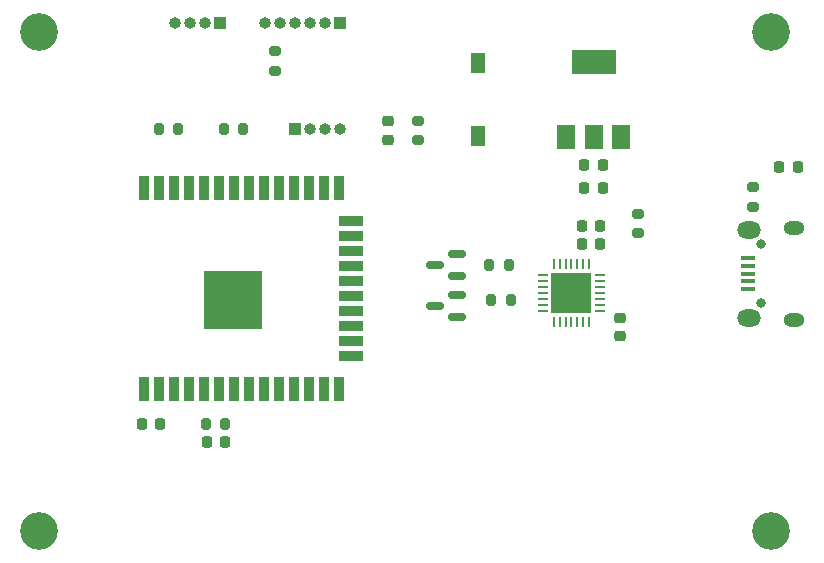
<source format=gbr>
%TF.GenerationSoftware,KiCad,Pcbnew,(6.0.2)*%
%TF.CreationDate,2022-04-08T16:17:17-05:00*%
%TF.ProjectId,Tlapixki-HelloWorld,546c6170-6978-46b6-992d-48656c6c6f57,rev?*%
%TF.SameCoordinates,Original*%
%TF.FileFunction,Soldermask,Top*%
%TF.FilePolarity,Negative*%
%FSLAX46Y46*%
G04 Gerber Fmt 4.6, Leading zero omitted, Abs format (unit mm)*
G04 Created by KiCad (PCBNEW (6.0.2)) date 2022-04-08 16:17:17*
%MOMM*%
%LPD*%
G01*
G04 APERTURE LIST*
G04 Aperture macros list*
%AMRoundRect*
0 Rectangle with rounded corners*
0 $1 Rounding radius*
0 $2 $3 $4 $5 $6 $7 $8 $9 X,Y pos of 4 corners*
0 Add a 4 corners polygon primitive as box body*
4,1,4,$2,$3,$4,$5,$6,$7,$8,$9,$2,$3,0*
0 Add four circle primitives for the rounded corners*
1,1,$1+$1,$2,$3*
1,1,$1+$1,$4,$5*
1,1,$1+$1,$6,$7*
1,1,$1+$1,$8,$9*
0 Add four rect primitives between the rounded corners*
20,1,$1+$1,$2,$3,$4,$5,0*
20,1,$1+$1,$4,$5,$6,$7,0*
20,1,$1+$1,$6,$7,$8,$9,0*
20,1,$1+$1,$8,$9,$2,$3,0*%
G04 Aperture macros list end*
%ADD10RoundRect,0.225000X0.225000X0.250000X-0.225000X0.250000X-0.225000X-0.250000X0.225000X-0.250000X0*%
%ADD11C,3.200000*%
%ADD12RoundRect,0.200000X-0.275000X0.200000X-0.275000X-0.200000X0.275000X-0.200000X0.275000X0.200000X0*%
%ADD13RoundRect,0.200000X0.200000X0.275000X-0.200000X0.275000X-0.200000X-0.275000X0.200000X-0.275000X0*%
%ADD14RoundRect,0.200000X-0.200000X-0.275000X0.200000X-0.275000X0.200000X0.275000X-0.200000X0.275000X0*%
%ADD15RoundRect,0.150000X0.587500X0.150000X-0.587500X0.150000X-0.587500X-0.150000X0.587500X-0.150000X0*%
%ADD16R,1.500000X2.000000*%
%ADD17R,3.800000X2.000000*%
%ADD18R,1.000000X1.000000*%
%ADD19O,1.000000X1.000000*%
%ADD20RoundRect,0.200000X0.275000X-0.200000X0.275000X0.200000X-0.275000X0.200000X-0.275000X-0.200000X0*%
%ADD21RoundRect,0.218750X0.218750X0.256250X-0.218750X0.256250X-0.218750X-0.256250X0.218750X-0.256250X0*%
%ADD22RoundRect,0.062500X0.337500X0.062500X-0.337500X0.062500X-0.337500X-0.062500X0.337500X-0.062500X0*%
%ADD23RoundRect,0.062500X0.062500X0.337500X-0.062500X0.337500X-0.062500X-0.337500X0.062500X-0.337500X0*%
%ADD24R,3.350000X3.350000*%
%ADD25RoundRect,0.225000X-0.250000X0.225000X-0.250000X-0.225000X0.250000X-0.225000X0.250000X0.225000X0*%
%ADD26O,0.800000X0.800000*%
%ADD27R,1.300000X0.450000*%
%ADD28O,1.800000X1.150000*%
%ADD29O,2.000000X1.450000*%
%ADD30RoundRect,0.218750X-0.256250X0.218750X-0.256250X-0.218750X0.256250X-0.218750X0.256250X0.218750X0*%
%ADD31R,0.900000X2.000000*%
%ADD32R,2.000000X0.900000*%
%ADD33R,5.000000X5.000000*%
%ADD34R,1.200000X1.750000*%
G04 APERTURE END LIST*
D10*
%TO.C,C3*%
X108775000Y-112500000D03*
X107225000Y-112500000D03*
%TD*%
D11*
%TO.C,H4*%
X123000000Y-143500000D03*
%TD*%
D12*
%TO.C,R9*%
X93100000Y-108775000D03*
X93100000Y-110425000D03*
%TD*%
D13*
%TO.C,R8*%
X78325000Y-109500000D03*
X76675000Y-109500000D03*
%TD*%
D12*
%TO.C,R4*%
X121500000Y-114425000D03*
X121500000Y-116075000D03*
%TD*%
D14*
%TO.C,R6*%
X75175000Y-134500000D03*
X76825000Y-134500000D03*
%TD*%
D10*
%TO.C,C2*%
X108550000Y-117700000D03*
X107000000Y-117700000D03*
%TD*%
D15*
%TO.C,Q1*%
X96437500Y-125450000D03*
X96437500Y-123550000D03*
X94562500Y-124500000D03*
%TD*%
D16*
%TO.C,U1*%
X105700000Y-110150000D03*
X108000000Y-110150000D03*
D17*
X108000000Y-103850000D03*
D16*
X110300000Y-110150000D03*
%TD*%
D18*
%TO.C,J2*%
X86500000Y-100500000D03*
D19*
X85230000Y-100500000D03*
X83960000Y-100500000D03*
X82690000Y-100500000D03*
X81420000Y-100500000D03*
X80150000Y-100500000D03*
%TD*%
D11*
%TO.C,H3*%
X61000000Y-101250000D03*
%TD*%
%TO.C,H2*%
X123000000Y-101250000D03*
%TD*%
D10*
%TO.C,C1*%
X108775000Y-114500000D03*
X107225000Y-114500000D03*
%TD*%
D14*
%TO.C,R7*%
X71175000Y-109500000D03*
X72825000Y-109500000D03*
%TD*%
D10*
%TO.C,C4*%
X108575000Y-119200000D03*
X107025000Y-119200000D03*
%TD*%
D11*
%TO.C,H1*%
X61000000Y-143500000D03*
%TD*%
D20*
%TO.C,R5*%
X81050000Y-104575000D03*
X81050000Y-102925000D03*
%TD*%
D21*
%TO.C,D1*%
X125287500Y-112750000D03*
X123712500Y-112750000D03*
%TD*%
D22*
%TO.C,U2*%
X108570000Y-124870000D03*
X108570000Y-124370000D03*
X108570000Y-123870000D03*
X108570000Y-123370000D03*
X108570000Y-122870000D03*
X108570000Y-122370000D03*
X108570000Y-121870000D03*
D23*
X107620000Y-120920000D03*
X107120000Y-120920000D03*
X106620000Y-120920000D03*
X106120000Y-120920000D03*
X105620000Y-120920000D03*
X105120000Y-120920000D03*
X104620000Y-120920000D03*
D22*
X103670000Y-121870000D03*
X103670000Y-122370000D03*
X103670000Y-122870000D03*
X103670000Y-123370000D03*
X103670000Y-123870000D03*
X103670000Y-124370000D03*
X103670000Y-124870000D03*
D23*
X104620000Y-125820000D03*
X105120000Y-125820000D03*
X105620000Y-125820000D03*
X106120000Y-125820000D03*
X106620000Y-125820000D03*
X107120000Y-125820000D03*
X107620000Y-125820000D03*
D24*
X106120000Y-123370000D03*
%TD*%
D25*
%TO.C,C5*%
X110250000Y-125475000D03*
X110250000Y-127025000D03*
%TD*%
D10*
%TO.C,C7*%
X71275000Y-134500000D03*
X69725000Y-134500000D03*
%TD*%
D12*
%TO.C,R3*%
X111750000Y-116675000D03*
X111750000Y-118325000D03*
%TD*%
D26*
%TO.C,J1*%
X122200000Y-124250000D03*
X122200000Y-119250000D03*
D27*
X121100000Y-123050000D03*
X121100000Y-122400000D03*
X121100000Y-121750000D03*
X121100000Y-121100000D03*
X121100000Y-120450000D03*
D28*
X124950000Y-125625000D03*
D29*
X121150000Y-118025000D03*
X121150000Y-125475000D03*
D28*
X124950000Y-117875000D03*
%TD*%
D10*
%TO.C,C6*%
X76775000Y-136000000D03*
X75225000Y-136000000D03*
%TD*%
D18*
%TO.C,J3*%
X76400000Y-100500000D03*
D19*
X75130000Y-100500000D03*
X73860000Y-100500000D03*
X72590000Y-100500000D03*
%TD*%
D18*
%TO.C,J4*%
X82690000Y-109500000D03*
D19*
X83960000Y-109500000D03*
X85230000Y-109500000D03*
X86500000Y-109500000D03*
%TD*%
D30*
%TO.C,D2*%
X90600000Y-108812500D03*
X90600000Y-110387500D03*
%TD*%
D15*
%TO.C,Q2*%
X96437500Y-121950000D03*
X96437500Y-120050000D03*
X94562500Y-121000000D03*
%TD*%
D13*
%TO.C,R2*%
X100825000Y-121000000D03*
X99175000Y-121000000D03*
%TD*%
D31*
%TO.C,U3*%
X69945000Y-131500000D03*
X71215000Y-131500000D03*
X72485000Y-131500000D03*
X73755000Y-131500000D03*
X75025000Y-131500000D03*
X76295000Y-131500000D03*
X77565000Y-131500000D03*
X78835000Y-131500000D03*
X80105000Y-131500000D03*
X81375000Y-131500000D03*
X82645000Y-131500000D03*
X83915000Y-131500000D03*
X85185000Y-131500000D03*
X86455000Y-131500000D03*
D32*
X87455000Y-128715000D03*
X87455000Y-127445000D03*
X87455000Y-126175000D03*
X87455000Y-124905000D03*
X87455000Y-123635000D03*
X87455000Y-122365000D03*
X87455000Y-121095000D03*
X87455000Y-119825000D03*
X87455000Y-118555000D03*
X87455000Y-117285000D03*
D31*
X86455000Y-114500000D03*
X85185000Y-114500000D03*
X83915000Y-114500000D03*
X82645000Y-114500000D03*
X81375000Y-114500000D03*
X80105000Y-114500000D03*
X78835000Y-114500000D03*
X77565000Y-114500000D03*
X76295000Y-114500000D03*
X75025000Y-114500000D03*
X73755000Y-114500000D03*
X72485000Y-114500000D03*
X71215000Y-114500000D03*
X69945000Y-114500000D03*
D33*
X77445000Y-124000000D03*
%TD*%
D34*
%TO.C,S1*%
X98250000Y-110125000D03*
X98250000Y-103875000D03*
%TD*%
D13*
%TO.C,R1*%
X101000000Y-124000000D03*
X99350000Y-124000000D03*
%TD*%
M02*

</source>
